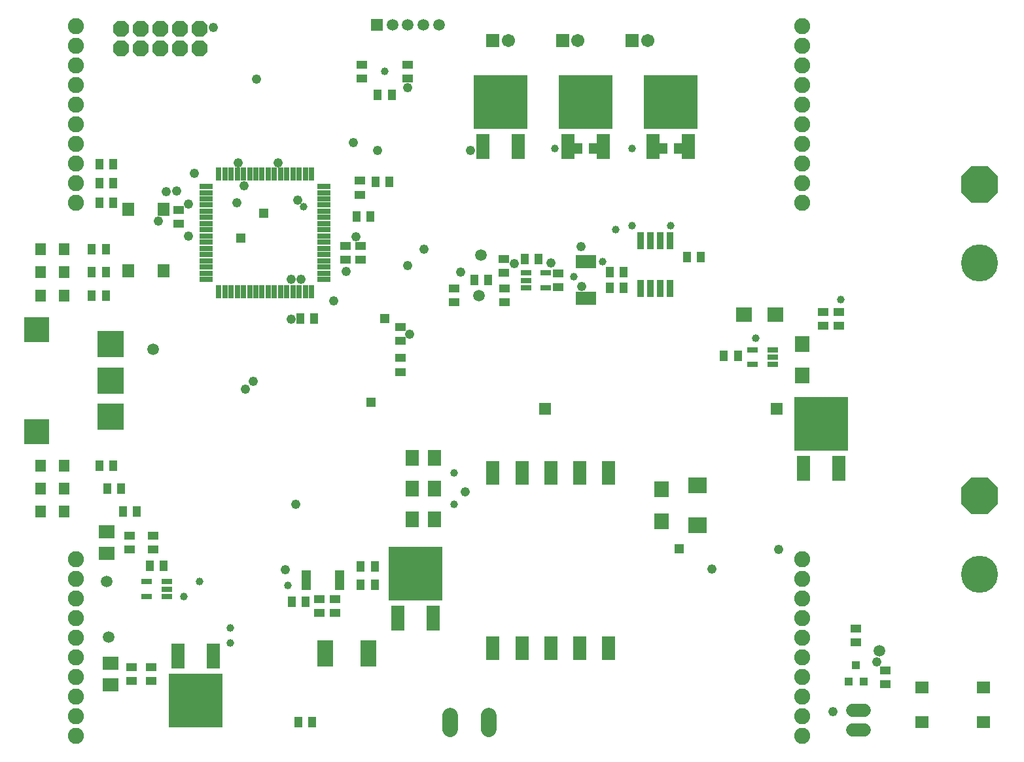
<source format=gts>
G75*
G70*
%OFA0B0*%
%FSLAX24Y24*%
%IPPOS*%
%LPD*%
%AMOC8*
5,1,8,0,0,1.08239X$1,22.5*
%
%ADD10C,0.0820*%
%ADD11R,0.0395X0.0552*%
%ADD12R,0.0340X0.0880*%
%ADD13R,0.0552X0.0395*%
%ADD14R,0.0690X0.0592*%
%ADD15C,0.0785*%
%ADD16C,0.0680*%
%ADD17R,0.0395X0.0434*%
%ADD18R,0.0280X0.0660*%
%ADD19R,0.0660X0.0280*%
%ADD20C,0.1890*%
%ADD21OC8,0.1890*%
%ADD22R,0.0552X0.0631*%
%ADD23OC8,0.0820*%
%ADD24R,0.1380X0.1380*%
%ADD25R,0.1261X0.1261*%
%ADD26R,0.0789X0.0749*%
%ADD27R,0.0749X0.0789*%
%ADD28R,0.0946X0.0789*%
%ADD29R,0.0552X0.0297*%
%ADD30R,0.0595X0.0595*%
%ADD31R,0.2718X0.2718*%
%ADD32R,0.0710X0.1261*%
%ADD33C,0.0595*%
%ADD34R,0.0789X0.1340*%
%ADD35R,0.0710X0.0789*%
%ADD36R,0.0462X0.0202*%
%ADD37R,0.0592X0.0690*%
%ADD38R,0.0257X0.0671*%
%ADD39C,0.0674*%
%ADD40R,0.0674X0.0674*%
%ADD41R,0.0678X0.1230*%
%ADD42R,0.0789X0.0710*%
%ADD43R,0.0476X0.0476*%
%ADD44C,0.0397*%
%ADD45C,0.0480*%
%ADD46C,0.0476*%
D10*
X041983Y001755D03*
X041983Y002755D03*
X041983Y003755D03*
X041983Y004755D03*
X041983Y005755D03*
X041983Y006755D03*
X041983Y007755D03*
X041983Y008755D03*
X041983Y009755D03*
X041983Y010755D03*
X078991Y010755D03*
X078991Y009755D03*
X078991Y008755D03*
X078991Y007755D03*
X078991Y006755D03*
X078991Y005755D03*
X078991Y004755D03*
X078991Y003755D03*
X078991Y002755D03*
X078991Y001755D03*
X078991Y028920D03*
X078991Y029920D03*
X078991Y030920D03*
X078991Y031920D03*
X078991Y032920D03*
X078991Y033920D03*
X078991Y034920D03*
X078991Y035920D03*
X078991Y036920D03*
X078991Y037920D03*
X041983Y037920D03*
X041983Y036920D03*
X041983Y035920D03*
X041983Y034920D03*
X041983Y033920D03*
X041983Y032920D03*
X041983Y031920D03*
X041983Y030920D03*
X041983Y029920D03*
X041983Y028920D03*
D11*
X043203Y028920D03*
X043912Y028920D03*
X043912Y029904D03*
X043203Y029904D03*
X043203Y030889D03*
X043912Y030889D03*
X043518Y026558D03*
X042810Y026558D03*
X042810Y025377D03*
X043518Y025377D03*
X043518Y024196D03*
X042810Y024196D03*
X053440Y023015D03*
X054148Y023015D03*
X062298Y024983D03*
X063007Y024983D03*
X064857Y026046D03*
X065566Y026046D03*
X069188Y025377D03*
X069896Y025377D03*
X069896Y024589D03*
X069188Y024589D03*
X073125Y026164D03*
X073833Y026164D03*
X075014Y021125D03*
X075723Y021125D03*
X056999Y028235D03*
X056290Y028235D03*
X057255Y029979D03*
X057963Y029979D03*
X058085Y034432D03*
X057377Y034432D03*
X067613Y031676D03*
X068322Y031676D03*
X071944Y031676D03*
X072652Y031676D03*
X043912Y015534D03*
X043203Y015534D03*
X043597Y014353D03*
X044306Y014353D03*
X044385Y013172D03*
X045093Y013172D03*
X045762Y010416D03*
X046471Y010416D03*
X052987Y008586D03*
X053696Y008586D03*
X056510Y009452D03*
X057219Y009452D03*
X057219Y010397D03*
X056510Y010397D03*
X054038Y002448D03*
X053329Y002448D03*
D12*
X070760Y024561D03*
X071260Y024561D03*
X071760Y024561D03*
X072260Y024561D03*
X072260Y026981D03*
X071760Y026981D03*
X071260Y026981D03*
X070760Y026981D03*
D13*
X066550Y025318D03*
X066550Y024609D03*
X063833Y024550D03*
X063833Y023841D03*
X061274Y023841D03*
X061274Y024550D03*
X063814Y025337D03*
X063814Y026046D03*
X058518Y022582D03*
X058518Y021873D03*
X058518Y021007D03*
X058518Y020298D03*
X056510Y026007D03*
X055723Y026007D03*
X055723Y026715D03*
X056510Y026715D03*
X056455Y029334D03*
X056455Y030042D03*
X047219Y028566D03*
X047219Y027857D03*
X056550Y035259D03*
X056550Y035967D03*
X058912Y035967D03*
X058912Y035259D03*
X080054Y023349D03*
X080881Y023369D03*
X080881Y022660D03*
X080054Y022641D03*
X055192Y008723D03*
X054404Y008723D03*
X054404Y008015D03*
X055192Y008015D03*
X045822Y005259D03*
X044837Y005259D03*
X044837Y004550D03*
X045822Y004550D03*
X045920Y011243D03*
X045920Y011952D03*
X044739Y011952D03*
X044739Y011243D03*
X081747Y007227D03*
X081747Y006519D03*
X083243Y005101D03*
X083243Y004393D03*
D14*
X085103Y004215D03*
X088233Y004215D03*
X088233Y002444D03*
X085103Y002444D03*
D15*
X063046Y002083D02*
X063046Y002788D01*
X061077Y002788D02*
X061077Y002083D01*
D16*
X081569Y002050D02*
X082169Y002050D01*
X082169Y003050D02*
X081569Y003050D01*
D17*
X081373Y004511D03*
X082121Y004511D03*
X081747Y005337D03*
D18*
X054000Y024385D03*
X053690Y024385D03*
X053370Y024385D03*
X053060Y024385D03*
X052740Y024385D03*
X052430Y024385D03*
X052110Y024385D03*
X051800Y024385D03*
X051480Y024385D03*
X051170Y024385D03*
X050850Y024385D03*
X050540Y024385D03*
X050220Y024385D03*
X049910Y024385D03*
X049590Y024385D03*
X049280Y024385D03*
X049280Y030385D03*
X049590Y030385D03*
X049910Y030385D03*
X050220Y030385D03*
X050540Y030385D03*
X050850Y030385D03*
X051170Y030385D03*
X051480Y030385D03*
X051800Y030385D03*
X052110Y030385D03*
X052430Y030385D03*
X052740Y030385D03*
X053060Y030385D03*
X053370Y030385D03*
X053690Y030385D03*
X054000Y030385D03*
D19*
X054640Y029745D03*
X054640Y029435D03*
X054640Y029115D03*
X054640Y028805D03*
X054640Y028485D03*
X054640Y028175D03*
X054640Y027855D03*
X054640Y027545D03*
X054640Y027225D03*
X054640Y026915D03*
X054640Y026595D03*
X054640Y026285D03*
X054640Y025965D03*
X054640Y025655D03*
X054640Y025335D03*
X054640Y025025D03*
X048640Y025025D03*
X048640Y025335D03*
X048640Y025655D03*
X048640Y025965D03*
X048640Y026285D03*
X048640Y026595D03*
X048640Y026915D03*
X048640Y027225D03*
X048640Y027545D03*
X048640Y027855D03*
X048640Y028175D03*
X048640Y028485D03*
X048640Y028805D03*
X048640Y029115D03*
X048640Y029435D03*
X048640Y029745D03*
D20*
X088026Y025837D03*
X088046Y009991D03*
D21*
X088046Y013991D03*
X088026Y029837D03*
D22*
X040211Y013172D03*
X041392Y013172D03*
X041392Y014353D03*
X040211Y014353D03*
X040211Y015534D03*
X041392Y015534D03*
X041392Y024196D03*
X040211Y024196D03*
X040211Y025377D03*
X041392Y025377D03*
X041392Y026558D03*
X040211Y026558D03*
D23*
X044314Y036786D03*
X045314Y036786D03*
X046314Y036786D03*
X047314Y036786D03*
X048314Y036786D03*
X048314Y037786D03*
X047314Y037786D03*
X046314Y037786D03*
X045314Y037786D03*
X044314Y037786D03*
D24*
X043755Y021715D03*
X043755Y019865D03*
X043755Y018015D03*
D25*
X040005Y017265D03*
X040005Y022465D03*
D26*
X076018Y023231D03*
X077633Y023231D03*
D27*
X078991Y021735D03*
X078991Y020121D03*
X071825Y014314D03*
X071825Y012700D03*
D28*
X073656Y012503D03*
X073656Y014511D03*
D29*
X076471Y020672D03*
X077495Y020672D03*
X077495Y021046D03*
X077495Y021420D03*
X076471Y021420D03*
X065940Y024589D03*
X064916Y024589D03*
X064916Y024963D03*
X064916Y025337D03*
X065940Y025337D03*
X046629Y009609D03*
X046629Y009235D03*
X046629Y008861D03*
X045605Y008861D03*
X045605Y009609D03*
D30*
X065900Y018428D03*
X077711Y018428D03*
X057337Y037975D03*
D31*
X063636Y034038D03*
X067967Y034038D03*
X072298Y034038D03*
X079955Y017641D03*
X059306Y010023D03*
X048105Y003566D03*
D32*
X049010Y005830D03*
X047199Y005830D03*
X058400Y007759D03*
X060211Y007759D03*
X079050Y015377D03*
X080861Y015377D03*
X073203Y031774D03*
X071392Y031774D03*
X068873Y031774D03*
X067062Y031774D03*
X064542Y031774D03*
X062731Y031774D03*
D33*
X062633Y026263D03*
X062534Y024196D03*
X045920Y021440D03*
X043558Y009629D03*
X043656Y006774D03*
X082928Y006086D03*
X060487Y037975D03*
X059699Y037975D03*
X058912Y037975D03*
X058125Y037975D03*
D34*
X056904Y005967D03*
X054699Y005967D03*
D35*
X059148Y012778D03*
X060251Y012778D03*
X060251Y014353D03*
X059148Y014353D03*
X059148Y015928D03*
X060251Y015928D03*
D36*
X055422Y010080D03*
X055422Y009883D03*
X055422Y009686D03*
X055422Y009489D03*
X055422Y009292D03*
X053741Y009292D03*
X053741Y009489D03*
X053741Y009686D03*
X053741Y009883D03*
X053741Y010080D03*
D37*
X046451Y025465D03*
X044680Y025465D03*
X044680Y028595D03*
X046451Y028595D03*
D38*
X067583Y025928D03*
X067839Y025928D03*
X068095Y025928D03*
X068351Y025928D03*
X068351Y024038D03*
X068095Y024038D03*
X067839Y024038D03*
X067583Y024038D03*
D39*
X067573Y037188D03*
X064030Y037188D03*
X071117Y037188D03*
D40*
X070329Y037188D03*
X066786Y037188D03*
X063243Y037188D03*
D41*
X063243Y015141D03*
X064719Y015141D03*
X066196Y015141D03*
X067672Y015141D03*
X069148Y015141D03*
X069148Y006215D03*
X067672Y006215D03*
X066196Y006215D03*
X064719Y006215D03*
X063243Y006215D03*
D42*
X043755Y005456D03*
X043755Y004353D03*
X043558Y011046D03*
X043558Y012149D03*
D43*
X057021Y018760D03*
X057731Y023015D03*
X050388Y027109D03*
X051570Y028389D03*
X072731Y011302D03*
D44*
X061274Y013566D03*
X061274Y015141D03*
X052810Y009432D03*
X049857Y007267D03*
X049857Y006479D03*
X047495Y008841D03*
X048282Y009629D03*
X076629Y022030D03*
X080959Y023999D03*
X072298Y027739D03*
X070329Y027739D03*
X069503Y027542D03*
X068833Y025928D03*
X067377Y025141D03*
X053597Y028723D03*
X066392Y031676D03*
X070329Y031676D03*
X057731Y035613D03*
D45*
X058912Y034786D03*
X056117Y031991D03*
X057377Y031597D03*
X062101Y031597D03*
X053282Y029038D03*
X050566Y029786D03*
X050211Y028920D03*
X047731Y028841D03*
X047140Y029511D03*
X046589Y029471D03*
X048046Y030416D03*
X050251Y030967D03*
X052298Y030967D03*
X046196Y027975D03*
X047731Y027227D03*
X052967Y025023D03*
X053479Y025023D03*
X055762Y025416D03*
X058912Y025731D03*
X059739Y026558D03*
X061589Y025377D03*
X064345Y025810D03*
X066196Y025849D03*
X067731Y026676D03*
X067770Y024668D03*
X058991Y022227D03*
X055133Y023920D03*
X052967Y022975D03*
X051038Y019826D03*
X050644Y019432D03*
X053203Y013566D03*
X052652Y010219D03*
X074385Y010259D03*
X077810Y011243D03*
X082810Y005534D03*
X080566Y002975D03*
X056274Y027188D03*
X051196Y035219D03*
X048991Y037857D03*
D46*
X061834Y014197D03*
M02*

</source>
